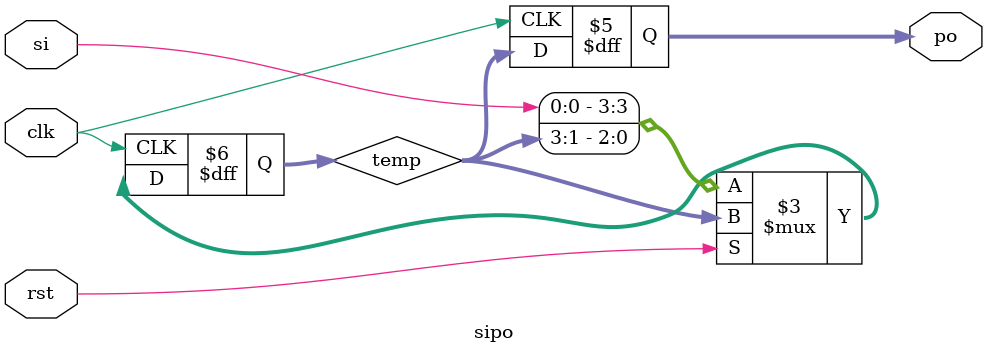
<source format=v>
module sipo (clk,rst,si,po);
  parameter WIDTH = 4;
  input wire clk,rst,si;
  output reg [WIDTH-1:0] po;
  reg [WIDTH-1:0] temp;
  
  always@(posedge clk) begin
    if(rst)
      po <= 4'b0000;
    else begin
      temp <= {si,temp[WIDTH-1:1]};
    end
    po <= temp;
  end
endmodule
    

</source>
